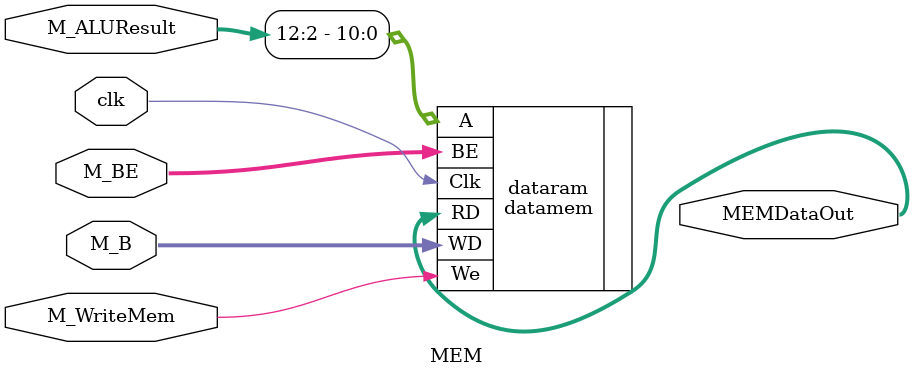
<source format=v>
module MEM(
//input
	    clk,
	    M_WriteMem,
	    M_ALUResult,
	    M_B,
		 M_BE,
//output
	    MEMDataOut
	    );
    input clk, M_WriteMem;
    input [31:0] M_ALUResult;
    input [31:0] M_B;
	 input [3:0]  M_BE;
    output [31:0] MEMDataOut;
    datamem dataram(
	    .A(M_ALUResult[12:2]),
	    .Clk(clk),
	    .WD(M_B),
	    .We(M_WriteMem),
	    .RD(MEMDataOut),
	    .BE(M_BE));
endmodule
	
	
</source>
